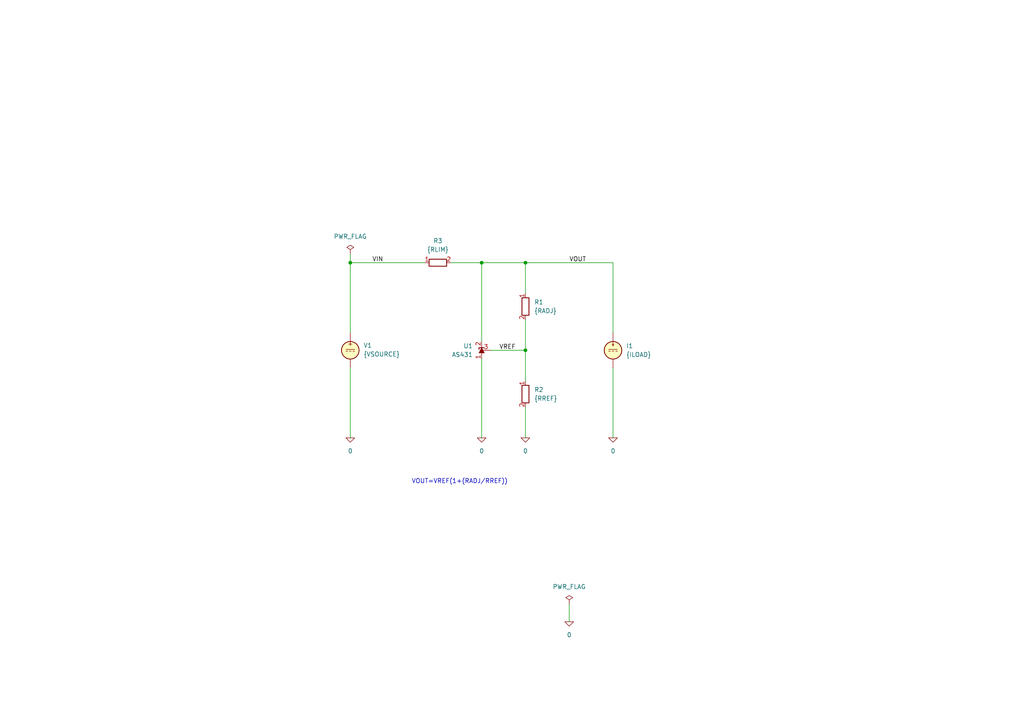
<source format=kicad_sch>
(kicad_sch
	(version 20250114)
	(generator "eeschema")
	(generator_version "9.0")
	(uuid "5e2f3ebf-a90d-412c-90be-039e71500076")
	(paper "A4")
	(title_block
		(title "2.5V adjustable shunt regulator")
		(date "2025-06-23")
		(rev "1")
		(company "astroelectronic@")
		(comment 1 "-")
		(comment 2 "-")
		(comment 3 "-")
		(comment 4 "AE01020424")
	)
	(lib_symbols
		(symbol "AS431:0"
			(power)
			(pin_numbers
				(hide yes)
			)
			(pin_names
				(offset 0)
				(hide yes)
			)
			(exclude_from_sim no)
			(in_bom yes)
			(on_board yes)
			(property "Reference" "#GND"
				(at 0 -5.08 0)
				(effects
					(font
						(size 1.27 1.27)
					)
					(hide yes)
				)
			)
			(property "Value" "0"
				(at 0 -2.54 0)
				(effects
					(font
						(size 1.27 1.27)
					)
				)
			)
			(property "Footprint" ""
				(at 0 0 0)
				(effects
					(font
						(size 1.27 1.27)
					)
					(hide yes)
				)
			)
			(property "Datasheet" "https://ngspice.sourceforge.io/docs/ngspice-html-manual/manual.xhtml#subsec_Circuit_elements__device"
				(at 0 -10.16 0)
				(effects
					(font
						(size 1.27 1.27)
					)
					(hide yes)
				)
			)
			(property "Description" "0V reference potential for simulation"
				(at 0 -7.62 0)
				(effects
					(font
						(size 1.27 1.27)
					)
					(hide yes)
				)
			)
			(property "ki_keywords" "simulation"
				(at 0 0 0)
				(effects
					(font
						(size 1.27 1.27)
					)
					(hide yes)
				)
			)
			(symbol "0_0_1"
				(polyline
					(pts
						(xy -1.27 0) (xy 0 -1.27) (xy 1.27 0) (xy -1.27 0)
					)
					(stroke
						(width 0)
						(type default)
					)
					(fill
						(type none)
					)
				)
			)
			(symbol "0_1_1"
				(pin power_in line
					(at 0 0 0)
					(length 0)
					(name "~"
						(effects
							(font
								(size 1.016 1.016)
							)
						)
					)
					(number "1"
						(effects
							(font
								(size 1.016 1.016)
							)
						)
					)
				)
			)
			(embedded_fonts no)
		)
		(symbol "AS431:AS431"
			(pin_names
				(hide yes)
			)
			(exclude_from_sim no)
			(in_bom yes)
			(on_board yes)
			(property "Reference" "U"
				(at -2.54 2.54 0)
				(effects
					(font
						(size 1.27 1.27)
					)
				)
			)
			(property "Value" "AS431"
				(at 0 -2.54 0)
				(effects
					(font
						(size 1.27 1.27)
					)
				)
			)
			(property "Footprint" ""
				(at 0 -4.318 0)
				(effects
					(font
						(size 1.27 1.27)
						(italic yes)
					)
					(hide yes)
				)
			)
			(property "Datasheet" "~"
				(at 0.762 -6.096 0)
				(effects
					(font
						(size 1.27 1.27)
						(italic yes)
					)
					(hide yes)
				)
			)
			(property "Description" ""
				(at 0 -7.874 0)
				(effects
					(font
						(size 1.27 1.27)
					)
					(hide yes)
				)
			)
			(property "ki_fp_filters" "SOT?23*"
				(at 0 0 0)
				(effects
					(font
						(size 1.27 1.27)
					)
					(hide yes)
				)
			)
			(symbol "AS431_0_1"
				(polyline
					(pts
						(xy -1.27 0) (xy 0 0) (xy 1.27 0)
					)
					(stroke
						(width 0)
						(type default)
					)
					(fill
						(type none)
					)
				)
				(polyline
					(pts
						(xy -0.762 -0.762) (xy -0.762 0.762) (xy 0.762 0) (xy -0.762 -0.762)
					)
					(stroke
						(width 0)
						(type default)
					)
					(fill
						(type outline)
					)
				)
				(polyline
					(pts
						(xy 0.254 -0.762) (xy 0.762 -0.762) (xy 0.762 0.762) (xy 0.762 0.762)
					)
					(stroke
						(width 0.254)
						(type default)
					)
					(fill
						(type none)
					)
				)
			)
			(symbol "AS431_1_1"
				(pin passive line
					(at -2.54 0 0)
					(length 1.27)
					(name "ANODE"
						(effects
							(font
								(size 1.27 1.27)
							)
						)
					)
					(number "1"
						(effects
							(font
								(size 1.27 1.27)
							)
						)
					)
				)
				(pin passive line
					(at 0 2.54 270)
					(length 2.54)
					(name "REFIN"
						(effects
							(font
								(size 1.27 1.27)
							)
						)
					)
					(number "3"
						(effects
							(font
								(size 1.27 1.27)
							)
						)
					)
				)
				(pin passive line
					(at 2.54 0 180)
					(length 1.27)
					(name "CATHODE"
						(effects
							(font
								(size 1.27 1.27)
							)
						)
					)
					(number "2"
						(effects
							(font
								(size 1.27 1.27)
							)
						)
					)
				)
			)
			(embedded_fonts no)
		)
		(symbol "AS431:IDC"
			(pin_numbers
				(hide yes)
			)
			(pin_names
				(offset 0.0254)
			)
			(exclude_from_sim no)
			(in_bom yes)
			(on_board yes)
			(property "Reference" "I"
				(at 2.54 2.54 0)
				(effects
					(font
						(size 1.27 1.27)
					)
					(justify left)
				)
			)
			(property "Value" "1"
				(at 2.54 0 0)
				(effects
					(font
						(size 1.27 1.27)
					)
					(justify left)
				)
			)
			(property "Footprint" ""
				(at 0 0 0)
				(effects
					(font
						(size 1.27 1.27)
					)
					(hide yes)
				)
			)
			(property "Datasheet" "https://ngspice.sourceforge.io/docs/ngspice-html-manual/manual.xhtml#sec_Independent_Sources_for"
				(at 0 0 0)
				(effects
					(font
						(size 1.27 1.27)
					)
					(hide yes)
				)
			)
			(property "Description" "Current source, DC"
				(at 0 0 0)
				(effects
					(font
						(size 1.27 1.27)
					)
					(hide yes)
				)
			)
			(property "Sim.Pins" "1=+ 2=-"
				(at 0 0 0)
				(effects
					(font
						(size 1.27 1.27)
					)
					(hide yes)
				)
			)
			(property "Sim.Type" "DC"
				(at 0 0 0)
				(effects
					(font
						(size 1.27 1.27)
					)
					(hide yes)
				)
			)
			(property "Sim.Device" "I"
				(at 0 0 0)
				(effects
					(font
						(size 1.27 1.27)
					)
					(hide yes)
				)
			)
			(property "ki_keywords" "simulation"
				(at 0 0 0)
				(effects
					(font
						(size 1.27 1.27)
					)
					(hide yes)
				)
			)
			(symbol "IDC_0_0"
				(polyline
					(pts
						(xy -1.27 0.254) (xy 1.27 0.254)
					)
					(stroke
						(width 0)
						(type default)
					)
					(fill
						(type none)
					)
				)
				(polyline
					(pts
						(xy -0.762 -0.254) (xy -1.27 -0.254)
					)
					(stroke
						(width 0)
						(type default)
					)
					(fill
						(type none)
					)
				)
				(polyline
					(pts
						(xy 0.254 -0.254) (xy -0.254 -0.254)
					)
					(stroke
						(width 0)
						(type default)
					)
					(fill
						(type none)
					)
				)
				(polyline
					(pts
						(xy 1.27 -0.254) (xy 0.762 -0.254)
					)
					(stroke
						(width 0)
						(type default)
					)
					(fill
						(type none)
					)
				)
			)
			(symbol "IDC_0_1"
				(polyline
					(pts
						(xy -0.254 1.778) (xy 0 1.27) (xy 0.254 1.778)
					)
					(stroke
						(width 0)
						(type default)
					)
					(fill
						(type none)
					)
				)
				(polyline
					(pts
						(xy 0 1.27) (xy 0 2.286)
					)
					(stroke
						(width 0)
						(type default)
					)
					(fill
						(type none)
					)
				)
				(circle
					(center 0 0)
					(radius 2.54)
					(stroke
						(width 0.254)
						(type default)
					)
					(fill
						(type background)
					)
				)
			)
			(symbol "IDC_1_1"
				(pin passive line
					(at 0 5.08 270)
					(length 2.54)
					(name "~"
						(effects
							(font
								(size 1.27 1.27)
							)
						)
					)
					(number "1"
						(effects
							(font
								(size 1.27 1.27)
							)
						)
					)
				)
				(pin passive line
					(at 0 -5.08 90)
					(length 2.54)
					(name "~"
						(effects
							(font
								(size 1.27 1.27)
							)
						)
					)
					(number "2"
						(effects
							(font
								(size 1.27 1.27)
							)
						)
					)
				)
			)
			(embedded_fonts no)
		)
		(symbol "AS431:PWR_FLAG"
			(power)
			(pin_numbers
				(hide yes)
			)
			(pin_names
				(offset 0)
				(hide yes)
			)
			(exclude_from_sim no)
			(in_bom yes)
			(on_board yes)
			(property "Reference" "#FLG"
				(at 0 1.905 0)
				(effects
					(font
						(size 1.27 1.27)
					)
					(hide yes)
				)
			)
			(property "Value" "PWR_FLAG"
				(at 0 3.81 0)
				(effects
					(font
						(size 1.27 1.27)
					)
				)
			)
			(property "Footprint" ""
				(at 0 0 0)
				(effects
					(font
						(size 1.27 1.27)
					)
					(hide yes)
				)
			)
			(property "Datasheet" "~"
				(at 0 0 0)
				(effects
					(font
						(size 1.27 1.27)
					)
					(hide yes)
				)
			)
			(property "Description" "Special symbol for telling ERC where power comes from"
				(at 0 0 0)
				(effects
					(font
						(size 1.27 1.27)
					)
					(hide yes)
				)
			)
			(property "ki_keywords" "flag power"
				(at 0 0 0)
				(effects
					(font
						(size 1.27 1.27)
					)
					(hide yes)
				)
			)
			(symbol "PWR_FLAG_0_0"
				(pin power_out line
					(at 0 0 90)
					(length 0)
					(name "~"
						(effects
							(font
								(size 1.27 1.27)
							)
						)
					)
					(number "1"
						(effects
							(font
								(size 1.27 1.27)
							)
						)
					)
				)
			)
			(symbol "PWR_FLAG_0_1"
				(polyline
					(pts
						(xy 0 0) (xy 0 1.27) (xy -1.016 1.905) (xy 0 2.54) (xy 1.016 1.905) (xy 0 1.27)
					)
					(stroke
						(width 0)
						(type default)
					)
					(fill
						(type none)
					)
				)
			)
			(embedded_fonts no)
		)
		(symbol "AS431:R"
			(pin_names
				(offset 0)
				(hide yes)
			)
			(exclude_from_sim no)
			(in_bom yes)
			(on_board yes)
			(property "Reference" "R"
				(at 2.032 0 90)
				(effects
					(font
						(size 1.27 1.27)
					)
				)
			)
			(property "Value" "R"
				(at 0 0 90)
				(effects
					(font
						(size 1.27 1.27)
					)
				)
			)
			(property "Footprint" ""
				(at -1.778 0 90)
				(effects
					(font
						(size 1.27 1.27)
					)
					(hide yes)
				)
			)
			(property "Datasheet" "~"
				(at 0 0 0)
				(effects
					(font
						(size 1.27 1.27)
					)
					(hide yes)
				)
			)
			(property "Description" "Resistor"
				(at 0 0 0)
				(effects
					(font
						(size 1.27 1.27)
					)
					(hide yes)
				)
			)
			(property "ki_keywords" "R res resistor"
				(at 0 0 0)
				(effects
					(font
						(size 1.27 1.27)
					)
					(hide yes)
				)
			)
			(property "ki_fp_filters" "R_*"
				(at 0 0 0)
				(effects
					(font
						(size 1.27 1.27)
					)
					(hide yes)
				)
			)
			(symbol "R_0_1"
				(rectangle
					(start -1.016 -2.54)
					(end 1.016 2.54)
					(stroke
						(width 0.254)
						(type default)
					)
					(fill
						(type none)
					)
				)
			)
			(symbol "R_1_1"
				(pin passive line
					(at 0 3.81 270)
					(length 1.27)
					(name "~"
						(effects
							(font
								(size 1.27 1.27)
							)
						)
					)
					(number "1"
						(effects
							(font
								(size 1.27 1.27)
							)
						)
					)
				)
				(pin passive line
					(at 0 -3.81 90)
					(length 1.27)
					(name "~"
						(effects
							(font
								(size 1.27 1.27)
							)
						)
					)
					(number "2"
						(effects
							(font
								(size 1.27 1.27)
							)
						)
					)
				)
			)
			(embedded_fonts no)
		)
		(symbol "AS431:VDC"
			(pin_numbers
				(hide yes)
			)
			(pin_names
				(offset 0.0254)
			)
			(exclude_from_sim no)
			(in_bom yes)
			(on_board yes)
			(property "Reference" "V"
				(at 2.54 2.54 0)
				(effects
					(font
						(size 1.27 1.27)
					)
					(justify left)
				)
			)
			(property "Value" "1"
				(at 2.54 0 0)
				(effects
					(font
						(size 1.27 1.27)
					)
					(justify left)
				)
			)
			(property "Footprint" ""
				(at 0 0 0)
				(effects
					(font
						(size 1.27 1.27)
					)
					(hide yes)
				)
			)
			(property "Datasheet" "https://ngspice.sourceforge.io/docs/ngspice-html-manual/manual.xhtml#sec_Independent_Sources_for"
				(at 0 0 0)
				(effects
					(font
						(size 1.27 1.27)
					)
					(hide yes)
				)
			)
			(property "Description" "Voltage source, DC"
				(at 0 0 0)
				(effects
					(font
						(size 1.27 1.27)
					)
					(hide yes)
				)
			)
			(property "Sim.Pins" "1=+ 2=-"
				(at 0 0 0)
				(effects
					(font
						(size 1.27 1.27)
					)
					(hide yes)
				)
			)
			(property "Sim.Type" "DC"
				(at 0 0 0)
				(effects
					(font
						(size 1.27 1.27)
					)
					(hide yes)
				)
			)
			(property "Sim.Device" "V"
				(at 0 0 0)
				(effects
					(font
						(size 1.27 1.27)
					)
					(justify left)
					(hide yes)
				)
			)
			(property "ki_keywords" "simulation"
				(at 0 0 0)
				(effects
					(font
						(size 1.27 1.27)
					)
					(hide yes)
				)
			)
			(symbol "VDC_0_0"
				(polyline
					(pts
						(xy -1.27 0.254) (xy 1.27 0.254)
					)
					(stroke
						(width 0)
						(type default)
					)
					(fill
						(type none)
					)
				)
				(polyline
					(pts
						(xy -0.762 -0.254) (xy -1.27 -0.254)
					)
					(stroke
						(width 0)
						(type default)
					)
					(fill
						(type none)
					)
				)
				(polyline
					(pts
						(xy 0.254 -0.254) (xy -0.254 -0.254)
					)
					(stroke
						(width 0)
						(type default)
					)
					(fill
						(type none)
					)
				)
				(polyline
					(pts
						(xy 1.27 -0.254) (xy 0.762 -0.254)
					)
					(stroke
						(width 0)
						(type default)
					)
					(fill
						(type none)
					)
				)
				(text "+"
					(at 0 1.905 0)
					(effects
						(font
							(size 1.27 1.27)
						)
					)
				)
			)
			(symbol "VDC_0_1"
				(circle
					(center 0 0)
					(radius 2.54)
					(stroke
						(width 0.254)
						(type default)
					)
					(fill
						(type background)
					)
				)
			)
			(symbol "VDC_1_1"
				(pin passive line
					(at 0 5.08 270)
					(length 2.54)
					(name "~"
						(effects
							(font
								(size 1.27 1.27)
							)
						)
					)
					(number "1"
						(effects
							(font
								(size 1.27 1.27)
							)
						)
					)
				)
				(pin passive line
					(at 0 -5.08 90)
					(length 2.54)
					(name "~"
						(effects
							(font
								(size 1.27 1.27)
							)
						)
					)
					(number "2"
						(effects
							(font
								(size 1.27 1.27)
							)
						)
					)
				)
			)
			(embedded_fonts no)
		)
	)
	(text "VOUT=VREF(1+(RADJ/RREF))"
		(exclude_from_sim no)
		(at 133.35 139.7 0)
		(effects
			(font
				(size 1.27 1.27)
			)
		)
		(uuid "3c7b82ea-17ed-4c5b-8eae-f5049557e7ab")
	)
	(junction
		(at 152.4 76.2)
		(diameter 0)
		(color 0 0 0 0)
		(uuid "495c43db-73ec-400c-9a55-7a22d775e3f9")
	)
	(junction
		(at 101.6 76.2)
		(diameter 0)
		(color 0 0 0 0)
		(uuid "4fd3e7d7-f420-4300-815b-da2eab069413")
	)
	(junction
		(at 152.4 101.6)
		(diameter 0)
		(color 0 0 0 0)
		(uuid "7b7ebd01-317e-4578-8e28-3b0a6533c5cf")
	)
	(junction
		(at 139.7 76.2)
		(diameter 0)
		(color 0 0 0 0)
		(uuid "f90c8677-9bb8-4930-afe5-abbbe590fe58")
	)
	(wire
		(pts
			(xy 177.8 96.52) (xy 177.8 76.2)
		)
		(stroke
			(width 0)
			(type default)
		)
		(uuid "000ae262-eca9-4b5c-9f1d-f8da4169ebb0")
	)
	(wire
		(pts
			(xy 152.4 92.71) (xy 152.4 101.6)
		)
		(stroke
			(width 0)
			(type default)
		)
		(uuid "08977545-beee-49ba-a398-ddd1130cf477")
	)
	(wire
		(pts
			(xy 152.4 118.11) (xy 152.4 127)
		)
		(stroke
			(width 0)
			(type default)
		)
		(uuid "20baf13d-10a8-4487-8ada-735fb998ef6d")
	)
	(wire
		(pts
			(xy 165.1 175.26) (xy 165.1 180.34)
		)
		(stroke
			(width 0)
			(type default)
		)
		(uuid "33d682de-49b6-4f56-bd61-7f445cba8fd2")
	)
	(wire
		(pts
			(xy 177.8 76.2) (xy 152.4 76.2)
		)
		(stroke
			(width 0)
			(type default)
		)
		(uuid "3cc78129-15d0-47ff-8d7c-33f94b012441")
	)
	(wire
		(pts
			(xy 177.8 106.68) (xy 177.8 127)
		)
		(stroke
			(width 0)
			(type default)
		)
		(uuid "3e41467f-b41e-4528-aa1f-1c821a91e2a6")
	)
	(wire
		(pts
			(xy 139.7 104.14) (xy 139.7 127)
		)
		(stroke
			(width 0)
			(type default)
		)
		(uuid "65200119-f5b6-4f12-a801-011753ad9f65")
	)
	(wire
		(pts
			(xy 152.4 85.09) (xy 152.4 76.2)
		)
		(stroke
			(width 0)
			(type default)
		)
		(uuid "683c3ae9-5965-43f6-bf69-ebc6ff499a93")
	)
	(wire
		(pts
			(xy 142.24 101.6) (xy 152.4 101.6)
		)
		(stroke
			(width 0)
			(type default)
		)
		(uuid "720e32e6-e9f9-4afe-b6a5-60f8a71e6699")
	)
	(wire
		(pts
			(xy 139.7 76.2) (xy 130.81 76.2)
		)
		(stroke
			(width 0)
			(type default)
		)
		(uuid "793a5f9d-cf35-490f-b89f-46af72274de5")
	)
	(wire
		(pts
			(xy 152.4 76.2) (xy 139.7 76.2)
		)
		(stroke
			(width 0)
			(type default)
		)
		(uuid "a38b1103-12dd-4096-9c70-803407ff145d")
	)
	(wire
		(pts
			(xy 101.6 96.52) (xy 101.6 76.2)
		)
		(stroke
			(width 0)
			(type default)
		)
		(uuid "a83c4c6d-ceb8-41cf-a51f-b05e7cf5870a")
	)
	(wire
		(pts
			(xy 152.4 101.6) (xy 152.4 110.49)
		)
		(stroke
			(width 0)
			(type default)
		)
		(uuid "c4174fc3-40e3-4c13-8176-10490d5b54c8")
	)
	(wire
		(pts
			(xy 101.6 76.2) (xy 123.19 76.2)
		)
		(stroke
			(width 0)
			(type default)
		)
		(uuid "e14f94a8-f80e-4e92-9a9f-d3e58cc86361")
	)
	(wire
		(pts
			(xy 101.6 106.68) (xy 101.6 127)
		)
		(stroke
			(width 0)
			(type default)
		)
		(uuid "f0bcc6c6-8f37-499b-9cef-5b5bfd9657cc")
	)
	(wire
		(pts
			(xy 101.6 73.66) (xy 101.6 76.2)
		)
		(stroke
			(width 0)
			(type default)
		)
		(uuid "f9f09a48-f49d-4a89-8fac-6f3acc791267")
	)
	(wire
		(pts
			(xy 139.7 99.06) (xy 139.7 76.2)
		)
		(stroke
			(width 0)
			(type default)
		)
		(uuid "fb194412-aea8-4751-8027-5db106cc94a0")
	)
	(label "VIN"
		(at 107.95 76.2 0)
		(effects
			(font
				(size 1.27 1.27)
			)
			(justify left bottom)
		)
		(uuid "452b9ae2-c588-4ca2-8844-263a617a1df4")
	)
	(label "VREF"
		(at 144.78 101.6 0)
		(effects
			(font
				(size 1.27 1.27)
			)
			(justify left bottom)
		)
		(uuid "93fb8a58-fc69-41e1-8655-aea045d1645a")
	)
	(label "VOUT"
		(at 165.1 76.2 0)
		(effects
			(font
				(size 1.27 1.27)
			)
			(justify left bottom)
		)
		(uuid "f87100f5-7a65-42bc-bd45-c65242f8059e")
	)
	(symbol
		(lib_id "AS431:0")
		(at 101.6 127 0)
		(unit 1)
		(exclude_from_sim no)
		(in_bom yes)
		(on_board yes)
		(dnp no)
		(fields_autoplaced yes)
		(uuid "04dba38c-6638-4a51-a11e-04559ee6a116")
		(property "Reference" "#GND01"
			(at 101.6 132.08 0)
			(effects
				(font
					(size 1.27 1.27)
				)
				(hide yes)
			)
		)
		(property "Value" "0"
			(at 101.6 130.81 0)
			(effects
				(font
					(size 1.27 1.27)
				)
			)
		)
		(property "Footprint" ""
			(at 101.6 127 0)
			(effects
				(font
					(size 1.27 1.27)
				)
				(hide yes)
			)
		)
		(property "Datasheet" "https://ngspice.sourceforge.io/docs/ngspice-html-manual/manual.xhtml#subsec_Circuit_elements__device"
			(at 101.6 137.16 0)
			(effects
				(font
					(size 1.27 1.27)
				)
				(hide yes)
			)
		)
		(property "Description" "0V reference potential for simulation"
			(at 101.6 134.62 0)
			(effects
				(font
					(size 1.27 1.27)
				)
				(hide yes)
			)
		)
		(pin "1"
			(uuid "7e533040-73a5-4d73-ba9b-c2f070c3307a")
		)
		(instances
			(project ""
				(path "/5e2f3ebf-a90d-412c-90be-039e71500076"
					(reference "#GND01")
					(unit 1)
				)
			)
		)
	)
	(symbol
		(lib_id "AS431:AS431")
		(at 139.7 101.6 270)
		(mirror x)
		(unit 1)
		(exclude_from_sim no)
		(in_bom yes)
		(on_board yes)
		(dnp no)
		(uuid "0ed385ed-eff5-4eba-942d-a8b2a0a6b1ce")
		(property "Reference" "U1"
			(at 137.16 100.3299 90)
			(effects
				(font
					(size 1.27 1.27)
				)
				(justify right)
			)
		)
		(property "Value" "AS431"
			(at 137.16 102.8699 90)
			(effects
				(font
					(size 1.27 1.27)
				)
				(justify right)
			)
		)
		(property "Footprint" ""
			(at 135.382 101.6 0)
			(effects
				(font
					(size 1.27 1.27)
					(italic yes)
				)
				(hide yes)
			)
		)
		(property "Datasheet" "~"
			(at 133.604 100.838 0)
			(effects
				(font
					(size 1.27 1.27)
					(italic yes)
				)
				(hide yes)
			)
		)
		(property "Description" ""
			(at 131.826 101.6 0)
			(effects
				(font
					(size 1.27 1.27)
				)
				(hide yes)
			)
		)
		(property "Sim.Library" "AS431.spice.txt"
			(at 139.7 101.6 0)
			(effects
				(font
					(size 1.27 1.27)
				)
				(hide yes)
			)
		)
		(property "Sim.Name" "AS431"
			(at 139.7 101.6 0)
			(effects
				(font
					(size 1.27 1.27)
				)
				(hide yes)
			)
		)
		(property "Sim.Device" "SUBCKT"
			(at 139.7 101.6 0)
			(effects
				(font
					(size 1.27 1.27)
				)
				(hide yes)
			)
		)
		(property "Sim.Pins" "1=ANODE 2=CATHODE 3=REFIN"
			(at 139.7 101.6 0)
			(effects
				(font
					(size 1.27 1.27)
				)
				(hide yes)
			)
		)
		(pin "1"
			(uuid "7e89a881-fc8b-486c-b83a-6083b363e018")
		)
		(pin "2"
			(uuid "d58a3cf7-49d1-4216-890b-33330808f1a7")
		)
		(pin "3"
			(uuid "9e4de87b-095b-421b-a8bc-6f70f77821e5")
		)
		(instances
			(project ""
				(path "/5e2f3ebf-a90d-412c-90be-039e71500076"
					(reference "U1")
					(unit 1)
				)
			)
		)
	)
	(symbol
		(lib_id "AS431:0")
		(at 177.8 127 0)
		(unit 1)
		(exclude_from_sim no)
		(in_bom yes)
		(on_board yes)
		(dnp no)
		(fields_autoplaced yes)
		(uuid "0f1a6ccf-bb93-4c7c-8ebe-1e6f6f2215d4")
		(property "Reference" "#GND04"
			(at 177.8 132.08 0)
			(effects
				(font
					(size 1.27 1.27)
				)
				(hide yes)
			)
		)
		(property "Value" "0"
			(at 177.8 130.81 0)
			(effects
				(font
					(size 1.27 1.27)
				)
			)
		)
		(property "Footprint" ""
			(at 177.8 127 0)
			(effects
				(font
					(size 1.27 1.27)
				)
				(hide yes)
			)
		)
		(property "Datasheet" "https://ngspice.sourceforge.io/docs/ngspice-html-manual/manual.xhtml#subsec_Circuit_elements__device"
			(at 177.8 137.16 0)
			(effects
				(font
					(size 1.27 1.27)
				)
				(hide yes)
			)
		)
		(property "Description" "0V reference potential for simulation"
			(at 177.8 134.62 0)
			(effects
				(font
					(size 1.27 1.27)
				)
				(hide yes)
			)
		)
		(pin "1"
			(uuid "2ff05920-8cae-41de-a6ef-dcff0edb9e5b")
		)
		(instances
			(project "AS431"
				(path "/5e2f3ebf-a90d-412c-90be-039e71500076"
					(reference "#GND04")
					(unit 1)
				)
			)
		)
	)
	(symbol
		(lib_id "AS431:PWR_FLAG")
		(at 165.1 175.26 0)
		(unit 1)
		(exclude_from_sim no)
		(in_bom yes)
		(on_board yes)
		(dnp no)
		(fields_autoplaced yes)
		(uuid "1b77699e-6dc3-4190-9930-18359f66f661")
		(property "Reference" "#FLG02"
			(at 165.1 173.355 0)
			(effects
				(font
					(size 1.27 1.27)
				)
				(hide yes)
			)
		)
		(property "Value" "PWR_FLAG"
			(at 165.1 170.18 0)
			(effects
				(font
					(size 1.27 1.27)
				)
			)
		)
		(property "Footprint" ""
			(at 165.1 175.26 0)
			(effects
				(font
					(size 1.27 1.27)
				)
				(hide yes)
			)
		)
		(property "Datasheet" "~"
			(at 165.1 175.26 0)
			(effects
				(font
					(size 1.27 1.27)
				)
				(hide yes)
			)
		)
		(property "Description" "Special symbol for telling ERC where power comes from"
			(at 165.1 175.26 0)
			(effects
				(font
					(size 1.27 1.27)
				)
				(hide yes)
			)
		)
		(pin "1"
			(uuid "9932fd74-c3a2-44c6-9a28-96edc38e2d47")
		)
		(instances
			(project ""
				(path "/5e2f3ebf-a90d-412c-90be-039e71500076"
					(reference "#FLG02")
					(unit 1)
				)
			)
		)
	)
	(symbol
		(lib_id "AS431:R")
		(at 152.4 114.3 0)
		(unit 1)
		(exclude_from_sim no)
		(in_bom yes)
		(on_board yes)
		(dnp no)
		(fields_autoplaced yes)
		(uuid "2ab43a25-5c94-41b4-af33-4272c50863dd")
		(property "Reference" "R2"
			(at 154.94 113.0299 0)
			(effects
				(font
					(size 1.27 1.27)
				)
				(justify left)
			)
		)
		(property "Value" "{RREF}"
			(at 154.94 115.5699 0)
			(effects
				(font
					(size 1.27 1.27)
				)
				(justify left)
			)
		)
		(property "Footprint" ""
			(at 150.622 114.3 90)
			(effects
				(font
					(size 1.27 1.27)
				)
				(hide yes)
			)
		)
		(property "Datasheet" "~"
			(at 152.4 114.3 0)
			(effects
				(font
					(size 1.27 1.27)
				)
				(hide yes)
			)
		)
		(property "Description" "Resistor"
			(at 152.4 114.3 0)
			(effects
				(font
					(size 1.27 1.27)
				)
				(hide yes)
			)
		)
		(pin "2"
			(uuid "aa61d274-37dd-4efc-bb4c-464f882a6826")
		)
		(pin "1"
			(uuid "68630f12-a9f9-46ba-aefb-62baf17eb37a")
		)
		(instances
			(project "AS431"
				(path "/5e2f3ebf-a90d-412c-90be-039e71500076"
					(reference "R2")
					(unit 1)
				)
			)
		)
	)
	(symbol
		(lib_id "AS431:R")
		(at 152.4 88.9 0)
		(unit 1)
		(exclude_from_sim no)
		(in_bom yes)
		(on_board yes)
		(dnp no)
		(fields_autoplaced yes)
		(uuid "5c1d05f3-ebba-4002-8196-eb3440667a68")
		(property "Reference" "R1"
			(at 154.94 87.6299 0)
			(effects
				(font
					(size 1.27 1.27)
				)
				(justify left)
			)
		)
		(property "Value" "{RADJ}"
			(at 154.94 90.1699 0)
			(effects
				(font
					(size 1.27 1.27)
				)
				(justify left)
			)
		)
		(property "Footprint" ""
			(at 150.622 88.9 90)
			(effects
				(font
					(size 1.27 1.27)
				)
				(hide yes)
			)
		)
		(property "Datasheet" "~"
			(at 152.4 88.9 0)
			(effects
				(font
					(size 1.27 1.27)
				)
				(hide yes)
			)
		)
		(property "Description" "Resistor"
			(at 152.4 88.9 0)
			(effects
				(font
					(size 1.27 1.27)
				)
				(hide yes)
			)
		)
		(pin "2"
			(uuid "3754d1e4-29d8-4860-99a1-7e532e97ab51")
		)
		(pin "1"
			(uuid "475d078f-1dd3-4a12-a8b1-140bf1607745")
		)
		(instances
			(project ""
				(path "/5e2f3ebf-a90d-412c-90be-039e71500076"
					(reference "R1")
					(unit 1)
				)
			)
		)
	)
	(symbol
		(lib_id "AS431:0")
		(at 139.7 127 0)
		(unit 1)
		(exclude_from_sim no)
		(in_bom yes)
		(on_board yes)
		(dnp no)
		(fields_autoplaced yes)
		(uuid "7394da64-3c73-467d-9a08-f2eb5a4c3242")
		(property "Reference" "#GND02"
			(at 139.7 132.08 0)
			(effects
				(font
					(size 1.27 1.27)
				)
				(hide yes)
			)
		)
		(property "Value" "0"
			(at 139.7 130.81 0)
			(effects
				(font
					(size 1.27 1.27)
				)
			)
		)
		(property "Footprint" ""
			(at 139.7 127 0)
			(effects
				(font
					(size 1.27 1.27)
				)
				(hide yes)
			)
		)
		(property "Datasheet" "https://ngspice.sourceforge.io/docs/ngspice-html-manual/manual.xhtml#subsec_Circuit_elements__device"
			(at 139.7 137.16 0)
			(effects
				(font
					(size 1.27 1.27)
				)
				(hide yes)
			)
		)
		(property "Description" "0V reference potential for simulation"
			(at 139.7 134.62 0)
			(effects
				(font
					(size 1.27 1.27)
				)
				(hide yes)
			)
		)
		(pin "1"
			(uuid "d03ce167-e0dc-4fac-9bcc-80a2365305ff")
		)
		(instances
			(project "AS431"
				(path "/5e2f3ebf-a90d-412c-90be-039e71500076"
					(reference "#GND02")
					(unit 1)
				)
			)
		)
	)
	(symbol
		(lib_id "AS431:R")
		(at 127 76.2 90)
		(unit 1)
		(exclude_from_sim no)
		(in_bom yes)
		(on_board yes)
		(dnp no)
		(fields_autoplaced yes)
		(uuid "7d940401-b839-4614-83de-8e7aa1521b8c")
		(property "Reference" "R3"
			(at 127 69.85 90)
			(effects
				(font
					(size 1.27 1.27)
				)
			)
		)
		(property "Value" "{RLIM}"
			(at 127 72.39 90)
			(effects
				(font
					(size 1.27 1.27)
				)
			)
		)
		(property "Footprint" ""
			(at 127 77.978 90)
			(effects
				(font
					(size 1.27 1.27)
				)
				(hide yes)
			)
		)
		(property "Datasheet" "~"
			(at 127 76.2 0)
			(effects
				(font
					(size 1.27 1.27)
				)
				(hide yes)
			)
		)
		(property "Description" "Resistor"
			(at 127 76.2 0)
			(effects
				(font
					(size 1.27 1.27)
				)
				(hide yes)
			)
		)
		(pin "2"
			(uuid "95ba387e-6680-446d-8b1e-bd1179ae6fd2")
		)
		(pin "1"
			(uuid "56ecefc0-3cf4-4b4e-9612-57548c8d947c")
		)
		(instances
			(project "AS431"
				(path "/5e2f3ebf-a90d-412c-90be-039e71500076"
					(reference "R3")
					(unit 1)
				)
			)
		)
	)
	(symbol
		(lib_id "AS431:0")
		(at 152.4 127 0)
		(unit 1)
		(exclude_from_sim no)
		(in_bom yes)
		(on_board yes)
		(dnp no)
		(fields_autoplaced yes)
		(uuid "8649a7c3-205f-494e-a436-0ed917e2aeaf")
		(property "Reference" "#GND03"
			(at 152.4 132.08 0)
			(effects
				(font
					(size 1.27 1.27)
				)
				(hide yes)
			)
		)
		(property "Value" "0"
			(at 152.4 130.81 0)
			(effects
				(font
					(size 1.27 1.27)
				)
			)
		)
		(property "Footprint" ""
			(at 152.4 127 0)
			(effects
				(font
					(size 1.27 1.27)
				)
				(hide yes)
			)
		)
		(property "Datasheet" "https://ngspice.sourceforge.io/docs/ngspice-html-manual/manual.xhtml#subsec_Circuit_elements__device"
			(at 152.4 137.16 0)
			(effects
				(font
					(size 1.27 1.27)
				)
				(hide yes)
			)
		)
		(property "Description" "0V reference potential for simulation"
			(at 152.4 134.62 0)
			(effects
				(font
					(size 1.27 1.27)
				)
				(hide yes)
			)
		)
		(pin "1"
			(uuid "19428de6-f9e2-4e59-b26a-f05408c753a3")
		)
		(instances
			(project "AS431"
				(path "/5e2f3ebf-a90d-412c-90be-039e71500076"
					(reference "#GND03")
					(unit 1)
				)
			)
		)
	)
	(symbol
		(lib_id "AS431:IDC")
		(at 177.8 101.6 0)
		(unit 1)
		(exclude_from_sim no)
		(in_bom yes)
		(on_board yes)
		(dnp no)
		(fields_autoplaced yes)
		(uuid "8ee711a8-f377-45e6-a6e0-b45a6f482625")
		(property "Reference" "I1"
			(at 181.61 100.3299 0)
			(effects
				(font
					(size 1.27 1.27)
				)
				(justify left)
			)
		)
		(property "Value" "{ILOAD}"
			(at 181.61 102.8699 0)
			(effects
				(font
					(size 1.27 1.27)
				)
				(justify left)
			)
		)
		(property "Footprint" ""
			(at 177.8 101.6 0)
			(effects
				(font
					(size 1.27 1.27)
				)
				(hide yes)
			)
		)
		(property "Datasheet" "https://ngspice.sourceforge.io/docs/ngspice-html-manual/manual.xhtml#sec_Independent_Sources_for"
			(at 177.8 101.6 0)
			(effects
				(font
					(size 1.27 1.27)
				)
				(hide yes)
			)
		)
		(property "Description" "Current source, DC"
			(at 177.8 101.6 0)
			(effects
				(font
					(size 1.27 1.27)
				)
				(hide yes)
			)
		)
		(property "Sim.Pins" "1=+ 2=-"
			(at 177.8 101.6 0)
			(effects
				(font
					(size 1.27 1.27)
				)
				(hide yes)
			)
		)
		(property "Sim.Type" "DC"
			(at 177.8 101.6 0)
			(effects
				(font
					(size 1.27 1.27)
				)
				(hide yes)
			)
		)
		(property "Sim.Device" "I"
			(at 177.8 101.6 0)
			(effects
				(font
					(size 1.27 1.27)
				)
				(hide yes)
			)
		)
		(pin "2"
			(uuid "24113a2e-18bf-45d4-b6cb-06587465e751")
		)
		(pin "1"
			(uuid "11c43e8b-22e2-46c7-a22d-ade7d1352867")
		)
		(instances
			(project ""
				(path "/5e2f3ebf-a90d-412c-90be-039e71500076"
					(reference "I1")
					(unit 1)
				)
			)
		)
	)
	(symbol
		(lib_id "AS431:VDC")
		(at 101.6 101.6 0)
		(unit 1)
		(exclude_from_sim no)
		(in_bom yes)
		(on_board yes)
		(dnp no)
		(fields_autoplaced yes)
		(uuid "9fd432d2-c10d-4fc0-bfa2-f74c20497c7b")
		(property "Reference" "V1"
			(at 105.41 100.2001 0)
			(effects
				(font
					(size 1.27 1.27)
				)
				(justify left)
			)
		)
		(property "Value" "{VSOURCE}"
			(at 105.41 102.7401 0)
			(effects
				(font
					(size 1.27 1.27)
				)
				(justify left)
			)
		)
		(property "Footprint" ""
			(at 101.6 101.6 0)
			(effects
				(font
					(size 1.27 1.27)
				)
				(hide yes)
			)
		)
		(property "Datasheet" "https://ngspice.sourceforge.io/docs/ngspice-html-manual/manual.xhtml#sec_Independent_Sources_for"
			(at 101.6 101.6 0)
			(effects
				(font
					(size 1.27 1.27)
				)
				(hide yes)
			)
		)
		(property "Description" "Voltage source, DC"
			(at 101.6 101.6 0)
			(effects
				(font
					(size 1.27 1.27)
				)
				(hide yes)
			)
		)
		(property "Sim.Pins" "1=+ 2=-"
			(at 101.6 101.6 0)
			(effects
				(font
					(size 1.27 1.27)
				)
				(hide yes)
			)
		)
		(property "Sim.Type" "DC"
			(at 101.6 101.6 0)
			(effects
				(font
					(size 1.27 1.27)
				)
				(hide yes)
			)
		)
		(property "Sim.Device" "V"
			(at 101.6 101.6 0)
			(effects
				(font
					(size 1.27 1.27)
				)
				(justify left)
				(hide yes)
			)
		)
		(pin "1"
			(uuid "a216b70c-bce2-43dc-a079-271422b6cd04")
		)
		(pin "2"
			(uuid "6c2bfd0e-22f2-4ee2-b9bf-a408d6d256fe")
		)
		(instances
			(project ""
				(path "/5e2f3ebf-a90d-412c-90be-039e71500076"
					(reference "V1")
					(unit 1)
				)
			)
		)
	)
	(symbol
		(lib_id "AS431:0")
		(at 165.1 180.34 0)
		(unit 1)
		(exclude_from_sim no)
		(in_bom yes)
		(on_board yes)
		(dnp no)
		(fields_autoplaced yes)
		(uuid "c354e81e-a6ec-4d99-a0eb-8d015cea831c")
		(property "Reference" "#GND05"
			(at 165.1 185.42 0)
			(effects
				(font
					(size 1.27 1.27)
				)
				(hide yes)
			)
		)
		(property "Value" "0"
			(at 165.1 184.15 0)
			(effects
				(font
					(size 1.27 1.27)
				)
			)
		)
		(property "Footprint" ""
			(at 165.1 180.34 0)
			(effects
				(font
					(size 1.27 1.27)
				)
				(hide yes)
			)
		)
		(property "Datasheet" "https://ngspice.sourceforge.io/docs/ngspice-html-manual/manual.xhtml#subsec_Circuit_elements__device"
			(at 165.1 190.5 0)
			(effects
				(font
					(size 1.27 1.27)
				)
				(hide yes)
			)
		)
		(property "Description" "0V reference potential for simulation"
			(at 165.1 187.96 0)
			(effects
				(font
					(size 1.27 1.27)
				)
				(hide yes)
			)
		)
		(pin "1"
			(uuid "df697d3a-b13e-48be-bf9b-c3ac6556f081")
		)
		(instances
			(project "AS431"
				(path "/5e2f3ebf-a90d-412c-90be-039e71500076"
					(reference "#GND05")
					(unit 1)
				)
			)
		)
	)
	(symbol
		(lib_id "AS431:PWR_FLAG")
		(at 101.6 73.66 0)
		(unit 1)
		(exclude_from_sim no)
		(in_bom yes)
		(on_board yes)
		(dnp no)
		(fields_autoplaced yes)
		(uuid "e9b80b15-273d-4174-8fed-2bedf25c871c")
		(property "Reference" "#FLG01"
			(at 101.6 71.755 0)
			(effects
				(font
					(size 1.27 1.27)
				)
				(hide yes)
			)
		)
		(property "Value" "PWR_FLAG"
			(at 101.6 68.58 0)
			(effects
				(font
					(size 1.27 1.27)
				)
			)
		)
		(property "Footprint" ""
			(at 101.6 73.66 0)
			(effects
				(font
					(size 1.27 1.27)
				)
				(hide yes)
			)
		)
		(property "Datasheet" "~"
			(at 101.6 73.66 0)
			(effects
				(font
					(size 1.27 1.27)
				)
				(hide yes)
			)
		)
		(property "Description" "Special symbol for telling ERC where power comes from"
			(at 101.6 73.66 0)
			(effects
				(font
					(size 1.27 1.27)
				)
				(hide yes)
			)
		)
		(pin "1"
			(uuid "4bb1b332-cefe-43b7-8db9-36ec0b495cbc")
		)
		(instances
			(project ""
				(path "/5e2f3ebf-a90d-412c-90be-039e71500076"
					(reference "#FLG01")
					(unit 1)
				)
			)
		)
	)
	(sheet_instances
		(path "/"
			(page "1")
		)
	)
	(embedded_fonts no)
)

</source>
